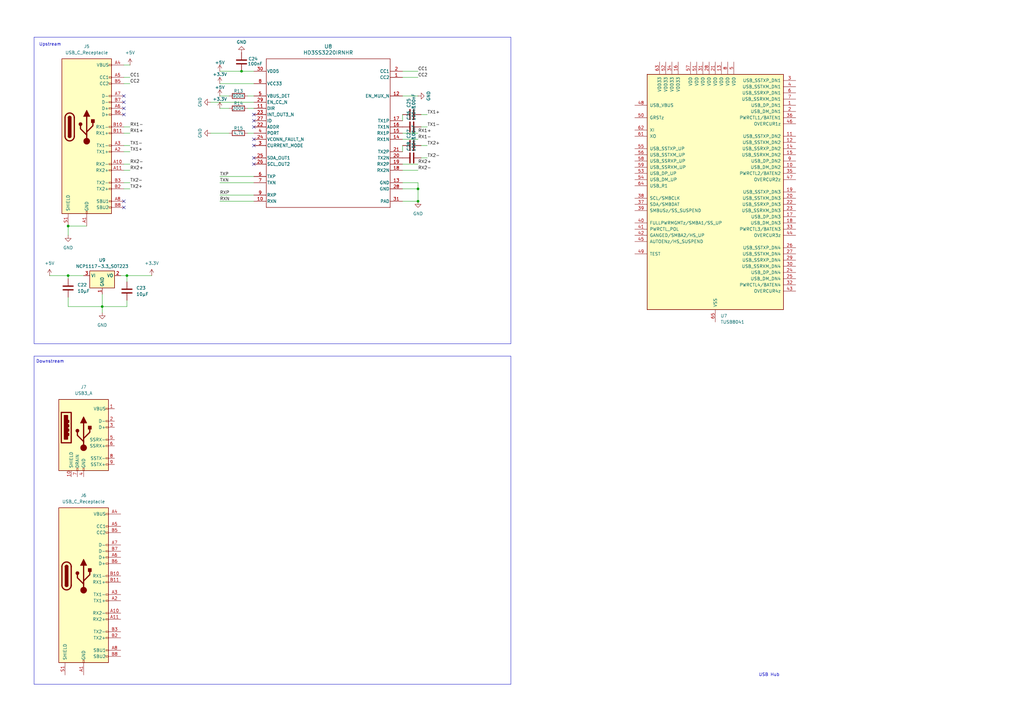
<source format=kicad_sch>
(kicad_sch (version 20250114) (generator "eeschema") (generator_version "9.0")
  (paper "A3")
  (lib_symbols
    (symbol "2025-04-19_06-45-11:HD3SS3220IRNHR" (pin_names (offset 0.254))
      (property "Reference" "U" (at 0 2.54 0))
      (property "Value" "HD3SS3220IRNHR" (at 0 0 0))
      (symbol "HD3SS3220IRNHR_0_1"
        (polyline (pts (xy -25.4 30.48) (xy -25.4 -30.48)) (stroke (width 0.2032)))
        (polyline (pts (xy -25.4 -30.48) (xy 25.4 -30.48)) (stroke (width 0.2032)))
        (polyline (pts (xy 25.4 30.48) (xy -25.4 30.48)) (stroke (width 0.2032)))
        (polyline (pts (xy 25.4 -30.48) (xy 25.4 30.48)) (stroke (width 0.2032)))
        (pin power_in line (at -30.48 25.4 0) (length 5.08) (name "VDD5") (number "30"))
        (pin power_in line (at -30.48 20.32 0) (length 5.08) (name "VCC33") (number "8"))
        (pin input line (at -30.48 15.24 0) (length 5.08) (name "VBUS_DET") (number "5"))
        (pin input line (at -30.48 12.7 0) (length 5.08) (name "EN_CC_N") (number "29"))
        (pin open_collector line (at -30.48 10.16 0) (length 5.08) (name "DIR") (number "11"))
        (pin open_collector line (at -30.48 7.62 0) (length 5.08) (name "INT_OUT3_N") (number "23"))
        (pin open_collector line (at -30.48 5.08 0) (length 5.08) (name "ID") (number "27"))
        (pin input line (at -30.48 2.54 0) (length 5.08) (name "ADDR") (number "22"))
        (pin input line (at -30.48 0 0) (length 5.08) (name "PORT") (number "4"))
        (pin open_collector line (at -30.48 -2.54 0) (length 5.08) (name "VCONN_FAULT_N") (number "24"))
        (pin input line (at -30.48 -5.08 0) (length 5.08) (name "CURRENT_MODE") (number "3"))
        (pin bidirectional line (at -30.48 -10.16 0) (length 5.08) (name "SDA_OUT1") (number "25"))
        (pin bidirectional line (at -30.48 -12.7 0) (length 5.08) (name "SCL_OUT2") (number "26"))
        (pin bidirectional line (at -30.48 -17.78 0) (length 5.08) (name "TXP") (number "6"))
        (pin bidirectional line (at -30.48 -20.32 0) (length 5.08) (name "TXN") (number "7"))
        (pin bidirectional line (at -30.48 -25.4 0) (length 5.08) (name "RXP") (number "9"))
        (pin bidirectional line (at -30.48 -27.94 0) (length 5.08) (name "RXN") (number "10"))
        (pin bidirectional line (at 30.48 25.4 180) (length 5.08) (name "CC1") (number "2"))
        (pin bidirectional line (at 30.48 22.86 180) (length 5.08) (name "CC2") (number "1"))
        (pin input line (at 30.48 15.24 180) (length 5.08) (name "EN_MUX_N") (number "12"))
        (pin bidirectional line (at 30.48 5.08 180) (length 5.08) (name "TX1P") (number "17"))
        (pin bidirectional line (at 30.48 2.54 180) (length 5.08) (name "TX1N") (number "16"))
        (pin bidirectional line (at 30.48 0 180) (length 5.08) (name "RX1P") (number "15"))
        (pin bidirectional line (at 30.48 -2.54 180) (length 5.08) (name "RX1N") (number "14"))
        (pin bidirectional line (at 30.48 -7.62 180) (length 5.08) (name "TX2P") (number "21"))
        (pin bidirectional line (at 30.48 -10.16 180) (length 5.08) (name "TX2N") (number "20"))
        (pin bidirectional line (at 30.48 -12.7 180) (length 5.08) (name "RX2P") (number "19"))
        (pin bidirectional line (at 30.48 -15.24 180) (length 5.08) (name "RX2N") (number "18"))
        (pin power_in line (at 30.48 -20.32 180) (length 5.08) (name "GND") (number "13"))
        (pin power_in line (at 30.48 -22.86 180) (length 5.08) (name "GND") (number "28"))
        (pin power_in line (at 30.48 -27.94 180) (length 5.08) (name "PAD") (number "31"))
      )
    )
    (symbol "Connector:USB3_A" (pin_names (offset 1.016))
      (property "Reference" "J" (at -10.16 15.24 0))
      (property "Value" "USB3_A" (at 10.16 15.24 0))
      (symbol "USB3_A_0_0"
        (rectangle (start -9.144 8.636) (end -5.08 -3.81) (stroke (width 0.508)))
        (rectangle (start -7.874 7.366) (end -6.604 -2.286) (stroke (width 0.508)) (fill (type outline)))
        (rectangle (start -6.35 5.334) (end -6.096 4.572) (stroke (width 0.508)))
        (rectangle (start -6.35 3.556) (end -6.096 2.794) (stroke (width 0.508)))
        (rectangle (start -6.35 1.778) (end -6.096 1.016) (stroke (width 0.508)))
        (rectangle (start -6.35 0) (end -6.096 -0.762) (stroke (width 0.508)))
        (rectangle (start -2.794 -15.24) (end -2.286 -14.224))
        (rectangle (start -0.254 -15.24) (end 0.254 -14.224))
        (rectangle (start 10.16 10.414) (end 9.144 9.906))
        (rectangle (start 10.16 5.334) (end 9.144 4.826))
        (rectangle (start 10.16 2.794) (end 9.144 2.286))
        (rectangle (start 10.16 -2.286) (end 9.144 -2.794))
        (rectangle (start 10.16 -4.826) (end 9.144 -5.334))
        (rectangle (start 10.16 -9.906) (end 9.144 -10.414))
        (rectangle (start 10.16 -12.446) (end 9.144 -12.954))
      )
      (symbol "USB3_A_0_1"
        (rectangle (start -10.16 13.97) (end 10.16 -15.24) (stroke (width 0.254)) (fill (type background)))
      )
      (symbol "USB3_A_1_1"
        (circle (center -2.54 1.143) (radius 0.635) (stroke (width 0.254)) (fill (type outline)))
        (polyline (pts (xy -1.27 4.318) (xy 0 6.858) (xy 1.27 4.318) (xy -1.27 4.318)) (stroke (width 0.254)) (fill (type outline)))
        (polyline (pts (xy 0 -2.032) (xy 2.54 0.508) (xy 2.54 1.778)) (stroke (width 0.508)))
        (polyline (pts (xy 0 -3.302) (xy -2.54 -0.762) (xy -2.54 0.508)) (stroke (width 0.508)))
        (polyline (pts (xy 0 -5.842) (xy 0 4.318)) (stroke (width 0.508)))
        (circle (center 0 -5.842) (radius 1.27) (fill (type outline)))
        (rectangle (start 1.905 1.778) (end 3.175 3.048) (stroke (width 0.254)) (fill (type outline)))
        (pin passive line (at -5.08 -17.78 90) (length 2.54) (name "SHIELD") (number "10"))
        (pin passive line (at -2.54 -17.78 90) (length 2.54) (name "DRAIN") (number "7"))
        (pin power_in line (at 0 -17.78 90) (length 2.54) (name "GND") (number "4"))
        (pin power_in line (at 12.7 10.16 180) (length 2.54) (name "VBUS") (number "1"))
        (pin bidirectional line (at 12.7 5.08 180) (length 2.54) (name "D-") (number "2"))
        (pin bidirectional line (at 12.7 2.54 180) (length 2.54) (name "D+") (number "3"))
        (pin output line (at 12.7 -2.54 180) (length 2.54) (name "SSRX-") (number "5"))
        (pin output line (at 12.7 -5.08 180) (length 2.54) (name "SSRX+") (number "6"))
        (pin input line (at 12.7 -10.16 180) (length 2.54) (name "SSTX-") (number "8"))
        (pin input line (at 12.7 -12.7 180) (length 2.54) (name "SSTX+") (number "9"))
      )
    )
    (symbol "Connector:USB_C_Receptacle" (pin_names (offset 1.016))
      (property "Reference" "J" (at -10.16 29.21 0))
      (property "Value" "USB_C_Receptacle" (at 10.16 29.21 0))
      (symbol "USB_C_Receptacle_0_0"
        (rectangle (start -0.254 -35.56) (end 0.254 -34.544))
        (rectangle (start 10.16 25.654) (end 9.144 25.146))
        (rectangle (start 10.16 20.574) (end 9.144 20.066))
        (rectangle (start 10.16 18.034) (end 9.144 17.526))
        (rectangle (start 10.16 12.954) (end 9.144 12.446))
        (rectangle (start 10.16 10.414) (end 9.144 9.906))
        (rectangle (start 10.16 7.874) (end 9.144 7.366))
        (rectangle (start 10.16 5.334) (end 9.144 4.826))
        (rectangle (start 10.16 0.254) (end 9.144 -0.254))
        (rectangle (start 10.16 -2.286) (end 9.144 -2.794))
        (rectangle (start 10.16 -7.366) (end 9.144 -7.874))
        (rectangle (start 10.16 -9.906) (end 9.144 -10.414))
        (rectangle (start 10.16 -14.986) (end 9.144 -15.494))
        (rectangle (start 10.16 -17.526) (end 9.144 -18.034))
        (rectangle (start 10.16 -22.606) (end 9.144 -23.114))
        (rectangle (start 10.16 -25.146) (end 9.144 -25.654))
        (rectangle (start 10.16 -30.226) (end 9.144 -30.734))
        (rectangle (start 10.16 -32.766) (end 9.144 -33.274))
      )
      (symbol "USB_C_Receptacle_0_1"
        (rectangle (start -10.16 27.94) (end 10.16 -35.56) (stroke (width 0.254)) (fill (type background)))
        (polyline (pts (xy -8.89 -3.81) (xy -8.89 3.81)) (stroke (width 0.508)))
        (rectangle (start -7.62 -3.81) (end -6.35 3.81) (stroke (width 0.254)) (fill (type outline)))
        (arc (start -7.62 3.81) (mid -6.985 4.4423) (end -6.35 3.81) (stroke (width 0.254)))
        (arc (start -7.62 3.81) (mid -6.985 4.4423) (end -6.35 3.81) (stroke (width 0.254)) (fill (type outline)))
        (arc (start -8.89 3.81) (mid -6.985 5.7067) (end -5.08 3.81) (stroke (width 0.508)))
        (arc (start -5.08 -3.81) (mid -6.985 -5.7067) (end -8.89 -3.81) (stroke (width 0.508)))
        (arc (start -6.35 -3.81) (mid -6.985 -4.4423) (end -7.62 -3.81) (stroke (width 0.254)))
        (arc (start -6.35 -3.81) (mid -6.985 -4.4423) (end -7.62 -3.81) (stroke (width 0.254)) (fill (type outline)))
        (polyline (pts (xy -5.08 3.81) (xy -5.08 -3.81)) (stroke (width 0.508)))
      )
      (symbol "USB_C_Receptacle_1_1"
        (circle (center -2.54 1.143) (radius 0.635) (stroke (width 0.254)) (fill (type outline)))
        (polyline (pts (xy -1.27 4.318) (xy 0 6.858) (xy 1.27 4.318) (xy -1.27 4.318)) (stroke (width 0.254)) (fill (type outline)))
        (polyline (pts (xy 0 -2.032) (xy 2.54 0.508) (xy 2.54 1.778)) (stroke (width 0.508)))
        (polyline (pts (xy 0 -3.302) (xy -2.54 -0.762) (xy -2.54 0.508)) (stroke (width 0.508)))
        (polyline (pts (xy 0 -5.842) (xy 0 4.318)) (stroke (width 0.508)))
        (circle (center 0 -5.842) (radius 1.27) (fill (type outline)))
        (rectangle (start 1.905 1.778) (end 3.175 3.048) (stroke (width 0.254)) (fill (type outline)))
        (pin passive line (at -7.62 -40.64 90) (length 5.08) (name "SHIELD") (number "S1"))
        (pin passive line (at 0 -40.64 90) (length 5.08) (name "GND") (number "A1"))
        (pin passive line (at 0 -40.64 90) (length 5.08) (hide yes) (name "GND") (number "A12"))
        (pin passive line (at 0 -40.64 90) (length 5.08) (hide yes) (name "GND") (number "B1"))
        (pin passive line (at 0 -40.64 90) (length 5.08) (hide yes) (name "GND") (number "B12"))
        (pin passive line (at 15.24 25.4 180) (length 5.08) (name "VBUS") (number "A4"))
        (pin passive line (at 15.24 25.4 180) (length 5.08) (hide yes) (name "VBUS") (number "A9"))
        (pin passive line (at 15.24 25.4 180) (length 5.08) (hide yes) (name "VBUS") (number "B4"))
        (pin passive line (at 15.24 25.4 180) (length 5.08) (hide yes) (name "VBUS") (number "B9"))
        (pin bidirectional line (at 15.24 20.32 180) (length 5.08) (name "CC1") (number "A5"))
        (pin bidirectional line (at 15.24 17.78 180) (length 5.08) (name "CC2") (number "B5"))
        (pin bidirectional line (at 15.24 12.7 180) (length 5.08) (name "D-") (number "A7"))
        (pin bidirectional line (at 15.24 10.16 180) (length 5.08) (name "D-") (number "B7"))
        (pin bidirectional line (at 15.24 7.62 180) (length 5.08) (name "D+") (number "A6"))
        (pin bidirectional line (at 15.24 5.08 180) (length 5.08) (name "D+") (number "B6"))
        (pin bidirectional line (at 15.24 0 180) (length 5.08) (name "RX1-") (number "B10"))
        (pin bidirectional line (at 15.24 -2.54 180) (length 5.08) (name "RX1+") (number "B11"))
        (pin bidirectional line (at 15.24 -7.62 180) (length 5.08) (name "TX1-") (number "A3"))
        (pin bidirectional line (at 15.24 -10.16 180) (length 5.08) (name "TX1+") (number "A2"))
        (pin bidirectional line (at 15.24 -15.24 180) (length 5.08) (name "RX2-") (number "A10"))
        (pin bidirectional line (at 15.24 -17.78 180) (length 5.08) (name "RX2+") (number "A11"))
        (pin bidirectional line (at 15.24 -22.86 180) (length 5.08) (name "TX2-") (number "B3"))
        (pin bidirectional line (at 15.24 -25.4 180) (length 5.08) (name "TX2+") (number "B2"))
        (pin bidirectional line (at 15.24 -30.48 180) (length 5.08) (name "SBU1") (number "A8"))
        (pin bidirectional line (at 15.24 -33.02 180) (length 5.08) (name "SBU2") (number "B8"))
      )
    )
    (symbol "Device:C" (pin_numbers (hide yes)) (pin_names (offset 0.254))
      (property "Reference" "C" (at 0.635 2.54 0))
      (property "Value" "C" (at 0.635 -2.54 0))
      (symbol "C_0_1"
        (polyline (pts (xy -2.032 0.762) (xy 2.032 0.762)) (stroke (width 0.508)))
        (polyline (pts (xy -2.032 -0.762) (xy 2.032 -0.762)) (stroke (width 0.508)))
      )
      (symbol "C_1_1"
        (pin passive line (at 0 3.81 270) (length 2.794) (name "~") (number "1"))
        (pin passive line (at 0 -3.81 90) (length 2.794) (name "~") (number "2"))
      )
    )
    (symbol "Device:R" (pin_numbers (hide yes)) (pin_names (offset 0))
      (property "Reference" "R" (at 2.032 0 90))
      (property "Value" "R" (at 0 0 90))
      (symbol "R_0_1"
        (rectangle (start -1.016 -2.54) (end 1.016 2.54) (stroke (width 0.254)))
      )
      (symbol "R_1_1"
        (pin passive line (at 0 3.81 270) (length 1.27) (name "~") (number "1"))
        (pin passive line (at 0 -3.81 90) (length 1.27) (name "~") (number "2"))
      )
    )
    (symbol "Interface_USB:TUSB8041" (pin_names (offset 1.016))
      (property "Reference" "U" (at 15.24 53.34 0))
      (property "Value" "TUSB8041" (at 15.24 50.8 0))
      (symbol "TUSB8041_0_1"
        (rectangle (start -27.94 48.26) (end 27.94 -48.26) (stroke (width 0.254)) (fill (type background)))
      )
      (symbol "TUSB8041_1_1"
        (pin input line (at -33.02 35.56 0) (length 5.08) (name "USB_VBUS") (number "48"))
        (pin input line (at -33.02 30.48 0) (length 5.08) (name "GRSTz") (number "50"))
        (pin input line (at -33.02 25.4 0) (length 5.08) (name "XI") (number "62"))
        (pin output line (at -33.02 22.86 0) (length 5.08) (name "XO") (number "61"))
        (pin output line (at -33.02 17.78 0) (length 5.08) (name "USB_SSTXP_UP") (number "55"))
        (pin output line (at -33.02 15.24 0) (length 5.08) (name "USB_SSTXM_UP") (number "56"))
        (pin input line (at -33.02 12.7 0) (length 5.08) (name "USB_SSRXP_UP") (number "58"))
        (pin input line (at -33.02 10.16 0) (length 5.08) (name "USB_SSRXM_UP") (number "59"))
        (pin bidirectional line (at -33.02 7.62 0) (length 5.08) (name "USB_DP_UP") (number "53"))
        (pin bidirectional line (at -33.02 5.08 0) (length 5.08) (name "USB_DM_UP") (number "54"))
        (pin input line (at -33.02 2.54 0) (length 5.08) (name "USB_R1") (number "64"))
        (pin bidirectional line (at -33.02 -2.54 0) (length 5.08) (name "SCL/SMBCLK") (number "38"))
        (pin bidirectional line (at -33.02 -5.08 0) (length 5.08) (name "SDA/SMBDAT") (number "37"))
        (pin bidirectional line (at -33.02 -7.62 0) (length 5.08) (name "SMBUSz/SS_SUSPEND") (number "39"))
        (pin bidirectional line (at -33.02 -12.7 0) (length 5.08) (name "FULLPWRMGMTz/SMBA1/SS_UP") (number "40"))
        (pin bidirectional line (at -33.02 -15.24 0) (length 5.08) (name "PWRCTL_POL") (number "41"))
        (pin bidirectional line (at -33.02 -17.78 0) (length 5.08) (name "GANGED/SMBA2/HS_UP") (number "42"))
        (pin bidirectional line (at -33.02 -20.32 0) (length 5.08) (name "AUTOENz/HS_SUSPEND") (number "45"))
        (pin input line (at -33.02 -25.4 0) (length 5.08) (name "TEST") (number "49"))
        (pin power_in line (at -22.86 53.34 270) (length 5.08) (name "VDD33") (number "63"))
        (pin power_in line (at -20.32 53.34 270) (length 5.08) (name "VDD33") (number "52"))
        (pin power_in line (at -17.78 53.34 270) (length 5.08) (name "VDD33") (number "34"))
        (pin power_in line (at -15.24 53.34 270) (length 5.08) (name "VDD33") (number "16"))
        (pin power_in line (at -10.16 53.34 270) (length 5.08) (name "VDD") (number "57"))
        (pin power_in line (at -7.62 53.34 270) (length 5.08) (name "VDD") (number "51"))
        (pin power_in line (at -5.08 53.34 270) (length 5.08) (name "VDD") (number "31"))
        (pin power_in line (at -2.54 53.34 270) (length 5.08) (name "VDD") (number "28"))
        (pin power_in line (at 0 53.34 270) (length 5.08) (name "VDD") (number "21"))
        (pin power_in line (at 0 -53.34 90) (length 5.08) (name "VSS") (number "65"))
        (pin power_in line (at 2.54 53.34 270) (length 5.08) (name "VDD") (number "13"))
        (pin power_in line (at 5.08 53.34 270) (length 5.08) (name "VDD") (number "8"))
        (pin power_in line (at 7.62 53.34 270) (length 5.08) (name "VDD") (number "5"))
        (pin no_connect line (at 27.94 -45.72 180) (length 5.08) (hide yes) (name "NC") (number "60"))
        (pin output line (at 33.02 45.72 180) (length 5.08) (name "USB_SSTXP_DN1") (number "3"))
        (pin output line (at 33.02 43.18 180) (length 5.08) (name "USB_SSTXM_DN1") (number "4"))
        (pin input line (at 33.02 40.64 180) (length 5.08) (name "USB_SSRXP_DN1") (number "6"))
        (pin input line (at 33.02 38.1 180) (length 5.08) (name "USB_SSRXM_DN1") (number "7"))
        (pin bidirectional line (at 33.02 35.56 180) (length 5.08) (name "USB_DP_DN1") (number "1"))
        (pin bidirectional line (at 33.02 33.02 180) (length 5.08) (name "USB_DM_DN1") (number "2"))
        (pin bidirectional line (at 33.02 30.48 180) (length 5.08) (name "PWRCTL1/BATEN1") (number "36"))
        (pin input line (at 33.02 27.94 180) (length 5.08) (name "OVERCUR1z") (number "46"))
        (pin output line (at 33.02 22.86 180) (length 5.08) (name "USB_SSTXP_DN2") (number "11"))
        (pin output line (at 33.02 20.32 180) (length 5.08) (name "USB_SSTXM_DN2") (number "12"))
        (pin input line (at 33.02 17.78 180) (length 5.08) (name "USB_SSRXP_DN2") (number "14"))
        (pin input line (at 33.02 15.24 180) (length 5.08) (name "USB_SSRXM_DN2") (number "15"))
        (pin bidirectional line (at 33.02 12.7 180) (length 5.08) (name "USB_DP_DN2") (number "9"))
        (pin bidirectional line (at 33.02 10.16 180) (length 5.08) (name "USB_DM_DN2") (number "10"))
        (pin bidirectional line (at 33.02 7.62 180) (length 5.08) (name "PWRCTL2/BATEN2") (number "35"))
        (pin input line (at 33.02 5.08 180) (length 5.08) (name "OVERCUR2z") (number "47"))
        (pin output line (at 33.02 0 180) (length 5.08) (name "USB_SSTXP_DN3") (number "19"))
        (pin output line (at 33.02 -2.54 180) (length 5.08) (name "USB_SSTXM_DN3") (number "20"))
        (pin input line (at 33.02 -5.08 180) (length 5.08) (name "USB_SSRXP_DN3") (number "22"))
        (pin input line (at 33.02 -7.62 180) (length 5.08) (name "USB_SSRXM_DN3") (number "23"))
        (pin bidirectional line (at 33.02 -10.16 180) (length 5.08) (name "USB_DP_DN3") (number "17"))
        (pin bidirectional line (at 33.02 -12.7 180) (length 5.08) (name "USB_DM_DN3") (number "18"))
        (pin bidirectional line (at 33.02 -15.24 180) (length 5.08) (name "PWRCTL3/BATEN3") (number "33"))
        (pin input line (at 33.02 -17.78 180) (length 5.08) (name "OVERCUR3z") (number "44"))
        (pin output line (at 33.02 -22.86 180) (length 5.08) (name "USB_SSTXP_DN4") (number "26"))
        (pin output line (at 33.02 -25.4 180) (length 5.08) (name "USB_SSTXM_DN4") (number "27"))
        (pin input line (at 33.02 -27.94 180) (length 5.08) (name "USB_SSRXP_DN4") (number "29"))
        (pin input line (at 33.02 -30.48 180) (length 5.08) (name "USB_SSRXM_DN4") (number "30"))
        (pin bidirectional line (at 33.02 -33.02 180) (length 5.08) (name "USB_DP_DN4") (number "24"))
        (pin bidirectional line (at 33.02 -35.56 180) (length 5.08) (name "USB_DM_DN4") (number "25"))
        (pin bidirectional line (at 33.02 -38.1 180) (length 5.08) (name "PWRCTL4/BATEN4") (number "32"))
        (pin input line (at 33.02 -40.64 180) (length 5.08) (name "OVERCUR4z") (number "43"))
      )
    )
    (symbol "Regulator_Linear:NCP1117-3.3_SOT223"
      (property "Reference" "U" (at -3.81 3.175 0))
      (property "Value" "NCP1117-3.3_SOT223" (at 0 3.175 0))
      (symbol "NCP1117-3.3_SOT223_0_1"
        (rectangle (start -5.08 -5.08) (end 5.08 1.905) (stroke (width 0.254)) (fill (type background)))
      )
      (symbol "NCP1117-3.3_SOT223_1_1"
        (pin power_in line (at -7.62 0 0) (length 2.54) (name "VI") (number "3"))
        (pin power_in line (at 0 -7.62 90) (length 2.54) (name "GND") (number "1"))
        (pin power_out line (at 7.62 0 180) (length 2.54) (name "VO") (number "2"))
      )
    )
    (symbol "power:+3.3V" (power) (pin_numbers (hide yes)) (pin_names (offset 0) (hide yes))
      (property "Value" "+3.3V" (at 0 3.556 0))
      (symbol "+3.3V_0_1"
        (polyline (pts (xy -0.762 1.27) (xy 0 2.54)))
        (polyline (pts (xy 0 2.54) (xy 0.762 1.27)))
        (polyline (pts (xy 0 0) (xy 0 2.54)))
      )
      (symbol "+3.3V_1_1"
        (pin power_in line (at 0 0 90) (length 0) (name "~") (number "1"))
      )
    )
    (symbol "power:+5V" (power) (pin_numbers (hide yes)) (pin_names (offset 0) (hide yes))
      (property "Value" "+5V" (at 0 3.556 0))
      (symbol "+5V_0_1"
        (polyline (pts (xy -0.762 1.27) (xy 0 2.54)))
        (polyline (pts (xy 0 2.54) (xy 0.762 1.27)))
        (polyline (pts (xy 0 0) (xy 0 2.54)))
      )
      (symbol "+5V_1_1"
        (pin power_in line (at 0 0 90) (length 0) (name "~") (number "1"))
      )
    )
    (symbol "power:GND" (power) (pin_numbers (hide yes)) (pin_names (offset 0) (hide yes))
      (property "Value" "GND" (at 0 -3.81 0))
      (symbol "GND_0_1"
        (polyline (pts (xy 0 0) (xy 0 -1.27) (xy 1.27 -1.27) (xy 0 -2.54) (xy -1.27 -1.27) (xy 0 -1.27)))
      )
      (symbol "GND_1_1"
        (pin power_in line (at 0 0 270) (length 0) (name "~") (number "1"))
      )
    )
  )
  (rectangle (start 13.97 15.24) (end 209.55 140.97))
  (rectangle (start 13.97 146.05) (end 209.55 280.67))
  (text "Upstream" (at 20.574 18.288 0) (effects (font (size 1.27 1.27))))
  (text "USB Hub" (at 311.15 276.86 0) (effects (font (size 1.27 1.27)) (justify left)))
  (text "Downstream" (at 20.574 148.336 0) (effects (font (size 1.27 1.27))))
  (junction (at 27.94 92.71))
  (junction (at 27.94 113.03))
  (junction (at 52.07 113.03))
  (junction (at 99.06 29.21))
  (junction (at 171.45 82.55))
  (junction (at 171.45 77.47))
  (junction (at 41.91 125.73))
  (no_connect (at 104.14 64.77))
  (no_connect (at 50.8 85.09))
  (no_connect (at 50.8 44.45))
  (no_connect (at 50.8 39.37))
  (no_connect (at 104.14 46.99))
  (no_connect (at 50.8 41.91))
  (no_connect (at 104.14 49.53))
  (no_connect (at 50.8 82.55))
  (no_connect (at 104.14 52.07))
  (no_connect (at 50.8 46.99))
  (no_connect (at 104.14 59.69))
  (no_connect (at 104.14 57.15))
  (no_connect (at 104.14 67.31))
  (wire (pts (xy 165.1 67.31) (xy 171.45 67.31)))
  (wire (pts (xy 90.17 29.21) (xy 99.06 29.21)))
  (wire (pts (xy 165.1 39.37) (xy 171.45 39.37)))
  (wire (pts (xy 27.94 121.92) (xy 27.94 125.73)))
  (wire (pts (xy 50.8 74.93) (xy 53.34 74.93)))
  (wire (pts (xy 165.1 46.99) (xy 165.1 49.53)))
  (wire (pts (xy 90.17 82.55) (xy 104.14 82.55)))
  (wire (pts (xy 165.1 59.69) (xy 165.1 62.23)))
  (wire (pts (xy 165.1 57.15) (xy 171.45 57.15)))
  (wire (pts (xy 86.36 54.61) (xy 93.98 54.61)))
  (wire (pts (xy 90.17 39.37) (xy 93.98 39.37)))
  (wire (pts (xy 27.94 113.03) (xy 34.29 113.03)))
  (wire (pts (xy 52.07 113.03) (xy 52.07 115.57)))
  (wire (pts (xy 172.72 46.99) (xy 175.26 46.99)))
  (wire (pts (xy 171.45 77.47) (xy 165.1 77.47)))
  (wire (pts (xy 27.94 96.52) (xy 27.94 92.71)))
  (wire (pts (xy 90.17 74.93) (xy 104.14 74.93)))
  (wire (pts (xy 41.91 125.73) (xy 41.91 128.27)))
  (wire (pts (xy 175.26 52.07) (xy 172.72 52.07)))
  (wire (pts (xy 86.36 41.91) (xy 104.14 41.91)))
  (wire (pts (xy 50.8 77.47) (xy 53.34 77.47)))
  (wire (pts (xy 90.17 80.01) (xy 104.14 80.01)))
  (wire (pts (xy 50.8 62.23) (xy 53.34 62.23)))
  (wire (pts (xy 50.8 31.75) (xy 53.34 31.75)))
  (wire (pts (xy 27.94 125.73) (xy 41.91 125.73)))
  (wire (pts (xy 165.1 69.85) (xy 171.45 69.85)))
  (wire (pts (xy 50.8 52.07) (xy 53.34 52.07)))
  (wire (pts (xy 99.06 29.21) (xy 104.14 29.21)))
  (wire (pts (xy 52.07 123.19) (xy 52.07 125.73)))
  (wire (pts (xy 165.1 29.21) (xy 171.45 29.21)))
  (wire (pts (xy 101.6 54.61) (xy 104.14 54.61)))
  (wire (pts (xy 90.17 44.45) (xy 93.98 44.45)))
  (wire (pts (xy 49.53 113.03) (xy 52.07 113.03)))
  (wire (pts (xy 90.17 72.39) (xy 104.14 72.39)))
  (wire (pts (xy 101.6 44.45) (xy 104.14 44.45)))
  (wire (pts (xy 50.8 54.61) (xy 53.34 54.61)))
  (wire (pts (xy 171.45 74.93) (xy 171.45 77.47)))
  (wire (pts (xy 20.32 113.03) (xy 27.94 113.03)))
  (wire (pts (xy 50.8 69.85) (xy 53.34 69.85)))
  (wire (pts (xy 50.8 59.69) (xy 53.34 59.69)))
  (wire (pts (xy 172.72 59.69) (xy 175.26 59.69)))
  (wire (pts (xy 165.1 74.93) (xy 171.45 74.93)))
  (wire (pts (xy 27.94 113.03) (xy 27.94 114.3)))
  (wire (pts (xy 41.91 120.65) (xy 41.91 125.73)))
  (wire (pts (xy 172.72 64.77) (xy 175.26 64.77)))
  (wire (pts (xy 50.8 67.31) (xy 53.34 67.31)))
  (wire (pts (xy 27.94 92.71) (xy 35.56 92.71)))
  (wire (pts (xy 104.14 39.37) (xy 101.6 39.37)))
  (wire (pts (xy 52.07 113.03) (xy 62.23 113.03)))
  (wire (pts (xy 165.1 54.61) (xy 171.45 54.61)))
  (wire (pts (xy 90.17 34.29) (xy 104.14 34.29)))
  (wire (pts (xy 165.1 31.75) (xy 171.45 31.75)))
  (wire (pts (xy 52.07 125.73) (xy 41.91 125.73)))
  (wire (pts (xy 171.45 77.47) (xy 171.45 82.55)))
  (wire (pts (xy 165.1 82.55) (xy 171.45 82.55)))
  (wire (pts (xy 50.8 34.29) (xy 53.34 34.29)))
  (wire (pts (xy 53.34 26.67) (xy 50.8 26.67)))
  (label "CC2" (at 171.45 31.75 0))
  (label "RX1+" (at 171.45 54.61 0))
  (label "TX1+" (at 175.26 46.99 0))
  (label "CC2" (at 53.34 34.29 0))
  (label "TX2+" (at 175.26 59.69 0))
  (label "CC1" (at 171.45 29.21 0))
  (label "RX1+" (at 53.34 54.61 0))
  (label "TX2-" (at 53.34 74.93 0))
  (label "TX1+" (at 53.34 62.23 0))
  (label "RX2+" (at 53.34 69.85 0))
  (label "TX2+" (at 53.34 77.47 0))
  (label "RX2-" (at 171.45 69.85 0))
  (label "TXN" (at 90.17 74.93 0))
  (label "RX1-" (at 53.34 52.07 0))
  (label "CC1" (at 53.34 31.75 0))
  (label "TX2-" (at 175.26 64.77 0))
  (label "TX1-" (at 53.34 59.69 0))
  (label "RX2+" (at 171.45 67.31 0))
  (label "RXP" (at 90.17 80.01 0))
  (label "RXN" (at 90.17 82.55 0))
  (label "TXP" (at 90.17 72.39 0))
  (label "TX1-" (at 175.26 52.07 0))
  (label "RX2-" (at 53.34 67.31 0))
  (label "RX1-" (at 171.45 57.15 0))
  (symbol (lib_id "power:GND") (at 171.45 39.37 90) (unit 1)
    (property "Reference" "#PWR045" (effects (hide yes)))
    (property "Value" "GND" (at 175.768 39.37 0))
    (property "Description" "Power symbol creates a global label with name \"GND\" , ground" (effects (hide yes)))
  )
  (symbol (lib_id "power:+3.3V") (at 90.17 44.45 0) (unit 1)
    (property "Reference" "#PWR046" (effects (hide yes)))
    (property "Value" "+3.3V" (at 90.17 40.64 0))
    (property "Description" "Power symbol creates a global label with name \"+3.3V\"" (effects (hide yes)))
  )
  (symbol (lib_id "Device:R") (at 97.79 39.37 90) (unit 1)
    (property "Reference" "R13" (at 97.79 37.338 90))
    (property "Value" "900K" (at 97.79 39.37 90))
    (property "Description" "Resistor" (effects (hide yes)))
  )
  (symbol (lib_id "power:GND") (at 86.36 41.91 270) (unit 1)
    (property "Reference" "#PWR047" (effects (hide yes)))
    (property "Value" "GND" (at 82.042 41.91 0))
    (property "Description" "Power symbol creates a global label with name \"GND\" , ground" (effects (hide yes)))
  )
  (symbol (lib_id "power:+5V") (at 20.32 113.03 0) (unit 1)
    (property "Reference" "#PWR038" (effects (hide yes)))
    (property "Value" "+5V" (at 20.32 107.95 0))
    (property "Description" "Power symbol creates a global label with name \"+5V\"" (effects (hide yes)))
  )
  (symbol (lib_id "Device:C") (at 168.91 64.77 90) (unit 1)
    (property "Reference" "C28" (at 167.64 61.976 0) (effects (justify left)))
    (property "Value" "100nF" (at 169.672 62.23 0) (effects (justify left)))
    (property "Description" "Unpolarized capacitor" (effects (hide yes)))
  )
  (symbol (lib_id "power:GND") (at 27.94 96.52 0) (unit 1)
    (property "Reference" "#PWR035" (effects (hide yes)))
    (property "Value" "GND" (at 27.94 101.6 0))
    (property "Description" "Power symbol creates a global label with name \"GND\" , ground" (effects (hide yes)))
  )
  (symbol (lib_id "power:GND") (at 86.36 54.61 270) (unit 1)
    (property "Reference" "#PWR048" (effects (hide yes)))
    (property "Value" "GND" (at 82.042 54.61 0))
    (property "Description" "Power symbol creates a global label with name \"GND\" , ground" (effects (hide yes)))
  )
  (symbol (lib_id "Device:C") (at 168.91 52.07 90) (unit 1)
    (property "Reference" "C26" (at 167.64 49.276 0) (effects (justify left)))
    (property "Value" "100nF" (at 169.672 49.53 0) (effects (justify left)))
    (property "Description" "Unpolarized capacitor" (effects (hide yes)))
  )
  (symbol (lib_id "power:GND") (at 41.91 128.27 0) (unit 1)
    (property "Reference" "#PWR036" (effects (hide yes)))
    (property "Value" "GND" (at 41.91 133.35 0))
    (property "Description" "Power symbol creates a global label with name \"GND\" , ground" (effects (hide yes)))
  )
  (symbol (lib_id "Connector:USB_C_Receptacle") (at 34.29 236.22 0) (unit 1)
    (property "Reference" "J6" (at 34.29 203.2 0))
    (property "Value" "USB_C_Receptacle" (at 34.29 205.74 0))
    (property "Datasheet" "https://www.usb.org/sites/default/files/documents/usb_type-c.zip" (effects (hide yes)))
    (property "Description" "USB Full-Featured Type-C Receptacle connector" (effects (hide yes)))
  )
  (symbol (lib_id "power:+5V") (at 53.34 26.67 0) (unit 1)
    (property "Reference" "#PWR037" (effects (hide yes)))
    (property "Value" "+5V" (at 53.34 21.59 0))
    (property "Description" "Power symbol creates a global label with name \"+5V\"" (effects (hide yes)))
  )
  (symbol (lib_id "power:GND") (at 99.06 21.59 180) (unit 1)
    (property "Reference" "#PWR043" (effects (hide yes)))
    (property "Value" "GND" (at 99.06 17.272 0))
    (property "Description" "Power symbol creates a global label with name \"GND\" , ground" (effects (hide yes)))
  )
  (symbol (lib_id "Device:C") (at 99.06 25.4 0) (unit 1)
    (property "Reference" "C24" (at 101.854 24.13 0) (effects (justify left)))
    (property "Value" "100nF" (at 101.6 26.162 0) (effects (justify left)))
    (property "Description" "Unpolarized capacitor" (effects (hide yes)))
  )
  (symbol (lib_id "Interface_USB:TUSB8041") (at 293.37 78.74 0) (unit 1)
    (property "Reference" "U7" (at 295.5133 129.54 0) (effects (justify left)))
    (property "Value" "TUSB8041" (at 295.5133 132.08 0) (effects (justify left)))
    (property "Footprint" "Package_DFN_QFN:QFN-64-1EP_9x9mm_P0.5mm_EP6x6mm_ThermalVias" (effects (hide yes)))
    (property "Datasheet" "http://www.ti.com/lit/ds/symlink/tusb8041.pdf" (effects (hide yes)))
    (property "Description" "four port USB 3.0 Hub" (effects (hide yes)))
  )
  (symbol (lib_id "power:+5V") (at 90.17 39.37 0) (unit 1)
    (property "Reference" "#PWR042" (effects (hide yes)))
    (property "Value" "+5V" (at 90.17 35.814 0))
    (property "Description" "Power symbol creates a global label with name \"+5V\"" (effects (hide yes)))
  )
  (symbol (lib_id "Device:R") (at 97.79 54.61 90) (unit 1)
    (property "Reference" "R15" (at 97.79 52.578 90))
    (property "Value" "4.7k" (at 97.79 54.61 90))
    (property "Description" "Resistor" (effects (hide yes)))
  )
  (symbol (lib_id "Connector:USB_C_Receptacle") (at 35.56 52.07 0) (unit 1)
    (property "Reference" "J5" (at 35.56 19.05 0))
    (property "Value" "USB_C_Receptacle" (at 35.56 21.59 0))
    (property "Datasheet" "https://www.usb.org/sites/default/files/documents/usb_type-c.zip" (effects (hide yes)))
    (property "Description" "USB Full-Featured Type-C Receptacle connector" (effects (hide yes)))
  )
  (symbol (lib_id "Device:C") (at 168.91 46.99 90) (unit 1)
    (property "Reference" "C25" (at 167.64 44.196 0) (effects (justify left)))
    (property "Value" "100nF" (at 169.672 44.45 0) (effects (justify left)))
    (property "Description" "Unpolarized capacitor" (effects (hide yes)))
  )
  (symbol (lib_id "Device:C") (at 27.94 118.11 0) (unit 1)
    (property "Reference" "C22" (at 31.75 116.8399 0) (effects (justify left)))
    (property "Value" "10μF" (at 31.75 119.3799 0) (effects (justify left)))
    (property "Footprint" "Capacitor_SMD:C_0603_1608Metric" (effects (hide yes)))
    (property "Description" "Unpolarized capacitor" (effects (hide yes)))
  )
  (symbol (lib_id "Device:C") (at 168.91 59.69 90) (unit 1)
    (property "Reference" "C27" (at 167.64 56.896 0) (effects (justify left)))
    (property "Value" "100nF" (at 169.672 57.15 0) (effects (justify left)))
    (property "Description" "Unpolarized capacitor" (effects (hide yes)))
  )
  (symbol (lib_id "Device:C") (at 52.07 119.38 0) (unit 1)
    (property "Reference" "C23" (at 55.88 118.1099 0) (effects (justify left)))
    (property "Value" "10μF" (at 55.88 120.6499 0) (effects (justify left)))
    (property "Footprint" "Capacitor_SMD:C_0603_1608Metric" (effects (hide yes)))
    (property "Description" "Unpolarized capacitor" (effects (hide yes)))
  )
  (symbol (lib_id "Regulator_Linear:NCP1117-3.3_SOT223") (at 41.91 113.03 0) (unit 1)
    (property "Reference" "U9" (at 41.91 106.68 0))
    (property "Value" "NCP1117-3.3_SOT223" (at 41.91 109.22 0))
    (property "Footprint" "Package_TO_SOT_SMD:SOT-223-3_TabPin2" (effects (hide yes)))
    (property "Datasheet" "http://www.onsemi.com/pub_link/Collateral/NCP1117-D.PDF" (effects (hide yes)))
    (property "Description" "1A Low drop-out regulator, Fixed Output 3.3V, SOT-223" (effects (hide yes)))
  )
  (symbol (lib_id "power:+3.3V") (at 90.17 34.29 0) (unit 1)
    (property "Reference" "#PWR040" (effects (hide yes)))
    (property "Value" "+3.3V" (at 90.17 30.48 0))
    (property "Description" "Power symbol creates a global label with name \"+3.3V\"" (effects (hide yes)))
  )
  (symbol (lib_id "2025-04-19_06-45-11:HD3SS3220IRNHR") (at 134.62 54.61 0) (unit 1)
    (property "Reference" "U8" (at 134.62 19.05 0) (effects (font (size 1.524 1.524))))
    (property "Value" "HD3SS3220IRNHR" (at 134.62 21.59 0) (effects (font (size 1.524 1.524))))
    (property "Footprint" "RNH0030A" (effects (hide yes)))
    (property "Datasheet" "HD3SS3220IRNHR" (effects (hide yes)))
  )
  (symbol (lib_id "power:+5V") (at 90.17 29.21 0) (unit 1)
    (property "Reference" "#PWR041" (effects (hide yes)))
    (property "Value" "+5V" (at 90.17 25.654 0))
    (property "Description" "Power symbol creates a global label with name \"+5V\"" (effects (hide yes)))
  )
  (symbol (lib_id "Connector:USB3_A") (at 34.29 177.8 0) (unit 1)
    (property "Reference" "J7" (at 34.29 158.75 0))
    (property "Value" "USB3_A" (at 34.29 161.29 0))
    (property "Description" "USB 3.0 A connector" (effects (hide yes)))
  )
  (symbol (lib_id "power:+3.3V") (at 62.23 113.03 0) (unit 1)
    (property "Reference" "#PWR039" (effects (hide yes)))
    (property "Value" "+3.3V" (at 62.23 107.95 0))
    (property "Description" "Power symbol creates a global label with name \"+3.3V\"" (effects (hide yes)))
  )
  (symbol (lib_id "power:GND") (at 171.45 82.55 0) (unit 1)
    (property "Reference" "#PWR044" (effects (hide yes)))
    (property "Value" "GND" (at 171.45 87.63 0))
    (property "Description" "Power symbol creates a global label with name \"GND\" , ground" (effects (hide yes)))
  )
  (symbol (lib_id "Device:R") (at 97.79 44.45 90) (unit 1)
    (property "Reference" "R14" (at 97.79 42.418 90))
    (property "Value" "200K" (at 97.79 44.45 90))
    (property "Description" "Resistor" (effects (hide yes)))
  )
)
</source>
